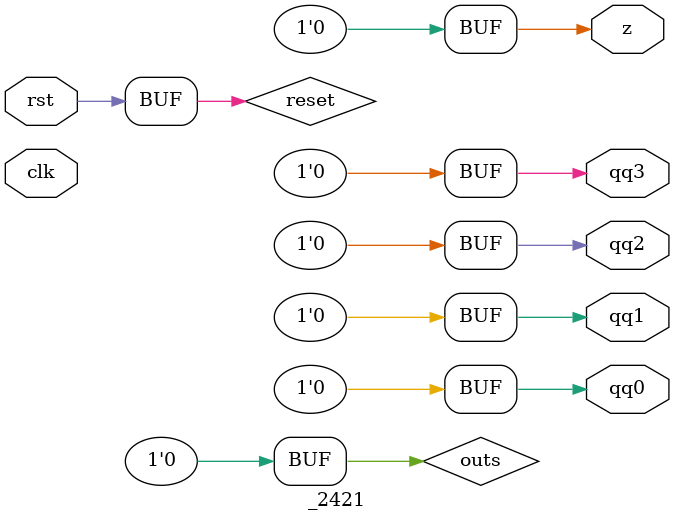
<source format=v>
`timescale 1ns / 1ps


module _2421(
    input clk,rst,
    output z,qq3,qq2,qq1,qq0
    );
reg qq3,qq2,qq1,qq0;
reg outs;
wire reset;

assign reset=rst;
always @(reset==1) begin
    qq3=0;qq2=0;qq1=0;qq0=0;
    outs=0;
end
assign z=outs;
always @(negedge clk) begin
  if(!reset) begin
    if((qq3==1'b1)&&(qq2==1'b1)&&(qq1==1'b1)&&(qq0==1'b1)) begin
        qq3=1'b0;qq2=1'b0;qq1=1'b0;qq0=1'b0;
        outs=1'b1;
    end
    else if((qq3==1'b1)&&(qq2==1'b1)&&(qq1==1'b1)&&(qq0==1'b0)) begin
        qq3=1'b1;qq2=1'b1;qq1=1'b1;qq0=1'b1;
    end
    else if((qq3==1'b1)&&(qq2==1'b1)&&(qq1==1'b0)&&(qq0==1'b1)) begin
        qq3=1'b1;qq2=1'b1;qq1=1'b1;qq0=1'b0;
    end
    else if((qq3==1'b1)&&(qq2==1'b1)&&(qq1==1'b0)&&(qq0==1'b0)) begin
        qq3=1'b1;qq2=1'b1;qq1=1'b0;qq0=1'b1;
    end
    else if((qq3==1'b1)&&(qq2==1'b0)&&(qq1==1'b1)&&(qq0==1'b1)) begin
        qq3=1'b1;qq2=1'b1;qq1=1'b0;qq0=1'b0;
    end
    else if((qq3==1'b0)&&(qq2==1'b1)&&(qq1==1'b0)&&(qq0==1'b0)) begin
        qq3=1'b1;qq2=1'b0;qq1=1'b1;qq0=1'b1;
    end
    else if((qq3==1'b0)&&(qq2==1'b0)&&(qq1==1'b1)&&(qq0==1'b1)) begin
        qq3=1'b0;qq2=1'b1;qq1=1'b0;qq0=1'b0;
    end
    else if((qq3==1'b0)&&(qq2==1'b0)&&(qq1==1'b1)&&(qq0==1'b0)) begin
        qq3=1'b0;qq2=1'b0;qq1=1'b1;qq0=1'b1;
    end
    else if((qq3==1'b0)&&(qq2==1'b0)&&(qq1==1'b0)&&(qq0==1'b1)) begin
        qq3=1'b0;qq2=1'b0;qq1=1'b1;qq0=1'b0;
    end
    else if((qq3==1'b0)&&(qq2==1'b0)&&(qq1==1'b0)&&(qq0==1'b0)) begin
        qq3=1'b0;qq2=1'b0;qq1=1'b0;qq0=1'b1;
        outs=0;
    end
  end
end
endmodule

</source>
